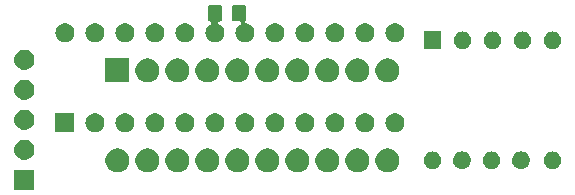
<source format=gts>
G04 #@! TF.GenerationSoftware,KiCad,Pcbnew,5.0.2+dfsg1-1*
G04 #@! TF.CreationDate,2019-11-26T12:37:51+03:00*
G04 #@! TF.ProjectId,disp,64697370-2e6b-4696-9361-645f70636258,rev?*
G04 #@! TF.SameCoordinates,Original*
G04 #@! TF.FileFunction,Soldermask,Top*
G04 #@! TF.FilePolarity,Negative*
%FSLAX46Y46*%
G04 Gerber Fmt 4.6, Leading zero omitted, Abs format (unit mm)*
G04 Created by KiCad (PCBNEW 5.0.2+dfsg1-1) date Вт 26 ноя 2019 12:37:51*
%MOMM*%
%LPD*%
G01*
G04 APERTURE LIST*
%ADD10C,0.100000*%
G04 APERTURE END LIST*
D10*
G36*
X126326000Y-83146000D02*
X124626000Y-83146000D01*
X124626000Y-81446000D01*
X126326000Y-81446000D01*
X126326000Y-83146000D01*
X126326000Y-83146000D01*
G37*
G36*
X156440926Y-79655029D02*
X156506356Y-79668044D01*
X156691256Y-79744632D01*
X156857665Y-79855823D01*
X156999177Y-79997335D01*
X157110368Y-80163744D01*
X157186956Y-80348645D01*
X157226000Y-80544931D01*
X157226000Y-80745069D01*
X157186956Y-80941355D01*
X157110368Y-81126256D01*
X156999177Y-81292665D01*
X156857665Y-81434177D01*
X156857662Y-81434179D01*
X156691256Y-81545368D01*
X156506356Y-81621956D01*
X156440926Y-81634971D01*
X156310069Y-81661000D01*
X156109931Y-81661000D01*
X155979074Y-81634971D01*
X155913644Y-81621956D01*
X155728744Y-81545368D01*
X155562338Y-81434179D01*
X155562335Y-81434177D01*
X155420823Y-81292665D01*
X155309632Y-81126256D01*
X155233044Y-80941355D01*
X155194000Y-80745069D01*
X155194000Y-80544931D01*
X155233044Y-80348645D01*
X155309632Y-80163744D01*
X155420823Y-79997335D01*
X155562335Y-79855823D01*
X155728744Y-79744632D01*
X155913644Y-79668044D01*
X155979074Y-79655029D01*
X156109931Y-79629000D01*
X156310069Y-79629000D01*
X156440926Y-79655029D01*
X156440926Y-79655029D01*
G37*
G36*
X133580926Y-79655029D02*
X133646356Y-79668044D01*
X133831256Y-79744632D01*
X133997665Y-79855823D01*
X134139177Y-79997335D01*
X134250368Y-80163744D01*
X134326956Y-80348645D01*
X134366000Y-80544931D01*
X134366000Y-80745069D01*
X134326956Y-80941355D01*
X134250368Y-81126256D01*
X134139177Y-81292665D01*
X133997665Y-81434177D01*
X133997662Y-81434179D01*
X133831256Y-81545368D01*
X133646356Y-81621956D01*
X133580926Y-81634971D01*
X133450069Y-81661000D01*
X133249931Y-81661000D01*
X133119074Y-81634971D01*
X133053644Y-81621956D01*
X132868744Y-81545368D01*
X132702338Y-81434179D01*
X132702335Y-81434177D01*
X132560823Y-81292665D01*
X132449632Y-81126256D01*
X132373044Y-80941355D01*
X132334000Y-80745069D01*
X132334000Y-80544931D01*
X132373044Y-80348645D01*
X132449632Y-80163744D01*
X132560823Y-79997335D01*
X132702335Y-79855823D01*
X132868744Y-79744632D01*
X133053644Y-79668044D01*
X133119074Y-79655029D01*
X133249931Y-79629000D01*
X133450069Y-79629000D01*
X133580926Y-79655029D01*
X133580926Y-79655029D01*
G37*
G36*
X136120926Y-79655029D02*
X136186356Y-79668044D01*
X136371256Y-79744632D01*
X136537665Y-79855823D01*
X136679177Y-79997335D01*
X136790368Y-80163744D01*
X136866956Y-80348645D01*
X136906000Y-80544931D01*
X136906000Y-80745069D01*
X136866956Y-80941355D01*
X136790368Y-81126256D01*
X136679177Y-81292665D01*
X136537665Y-81434177D01*
X136537662Y-81434179D01*
X136371256Y-81545368D01*
X136186356Y-81621956D01*
X136120926Y-81634971D01*
X135990069Y-81661000D01*
X135789931Y-81661000D01*
X135659074Y-81634971D01*
X135593644Y-81621956D01*
X135408744Y-81545368D01*
X135242338Y-81434179D01*
X135242335Y-81434177D01*
X135100823Y-81292665D01*
X134989632Y-81126256D01*
X134913044Y-80941355D01*
X134874000Y-80745069D01*
X134874000Y-80544931D01*
X134913044Y-80348645D01*
X134989632Y-80163744D01*
X135100823Y-79997335D01*
X135242335Y-79855823D01*
X135408744Y-79744632D01*
X135593644Y-79668044D01*
X135659074Y-79655029D01*
X135789931Y-79629000D01*
X135990069Y-79629000D01*
X136120926Y-79655029D01*
X136120926Y-79655029D01*
G37*
G36*
X138660926Y-79655029D02*
X138726356Y-79668044D01*
X138911256Y-79744632D01*
X139077665Y-79855823D01*
X139219177Y-79997335D01*
X139330368Y-80163744D01*
X139406956Y-80348645D01*
X139446000Y-80544931D01*
X139446000Y-80745069D01*
X139406956Y-80941355D01*
X139330368Y-81126256D01*
X139219177Y-81292665D01*
X139077665Y-81434177D01*
X139077662Y-81434179D01*
X138911256Y-81545368D01*
X138726356Y-81621956D01*
X138660926Y-81634971D01*
X138530069Y-81661000D01*
X138329931Y-81661000D01*
X138199074Y-81634971D01*
X138133644Y-81621956D01*
X137948744Y-81545368D01*
X137782338Y-81434179D01*
X137782335Y-81434177D01*
X137640823Y-81292665D01*
X137529632Y-81126256D01*
X137453044Y-80941355D01*
X137414000Y-80745069D01*
X137414000Y-80544931D01*
X137453044Y-80348645D01*
X137529632Y-80163744D01*
X137640823Y-79997335D01*
X137782335Y-79855823D01*
X137948744Y-79744632D01*
X138133644Y-79668044D01*
X138199074Y-79655029D01*
X138329931Y-79629000D01*
X138530069Y-79629000D01*
X138660926Y-79655029D01*
X138660926Y-79655029D01*
G37*
G36*
X141200926Y-79655029D02*
X141266356Y-79668044D01*
X141451256Y-79744632D01*
X141617665Y-79855823D01*
X141759177Y-79997335D01*
X141870368Y-80163744D01*
X141946956Y-80348645D01*
X141986000Y-80544931D01*
X141986000Y-80745069D01*
X141946956Y-80941355D01*
X141870368Y-81126256D01*
X141759177Y-81292665D01*
X141617665Y-81434177D01*
X141617662Y-81434179D01*
X141451256Y-81545368D01*
X141266356Y-81621956D01*
X141200926Y-81634971D01*
X141070069Y-81661000D01*
X140869931Y-81661000D01*
X140739074Y-81634971D01*
X140673644Y-81621956D01*
X140488744Y-81545368D01*
X140322338Y-81434179D01*
X140322335Y-81434177D01*
X140180823Y-81292665D01*
X140069632Y-81126256D01*
X139993044Y-80941355D01*
X139954000Y-80745069D01*
X139954000Y-80544931D01*
X139993044Y-80348645D01*
X140069632Y-80163744D01*
X140180823Y-79997335D01*
X140322335Y-79855823D01*
X140488744Y-79744632D01*
X140673644Y-79668044D01*
X140739074Y-79655029D01*
X140869931Y-79629000D01*
X141070069Y-79629000D01*
X141200926Y-79655029D01*
X141200926Y-79655029D01*
G37*
G36*
X143740926Y-79655029D02*
X143806356Y-79668044D01*
X143991256Y-79744632D01*
X144157665Y-79855823D01*
X144299177Y-79997335D01*
X144410368Y-80163744D01*
X144486956Y-80348645D01*
X144526000Y-80544931D01*
X144526000Y-80745069D01*
X144486956Y-80941355D01*
X144410368Y-81126256D01*
X144299177Y-81292665D01*
X144157665Y-81434177D01*
X144157662Y-81434179D01*
X143991256Y-81545368D01*
X143806356Y-81621956D01*
X143740926Y-81634971D01*
X143610069Y-81661000D01*
X143409931Y-81661000D01*
X143279074Y-81634971D01*
X143213644Y-81621956D01*
X143028744Y-81545368D01*
X142862338Y-81434179D01*
X142862335Y-81434177D01*
X142720823Y-81292665D01*
X142609632Y-81126256D01*
X142533044Y-80941355D01*
X142494000Y-80745069D01*
X142494000Y-80544931D01*
X142533044Y-80348645D01*
X142609632Y-80163744D01*
X142720823Y-79997335D01*
X142862335Y-79855823D01*
X143028744Y-79744632D01*
X143213644Y-79668044D01*
X143279074Y-79655029D01*
X143409931Y-79629000D01*
X143610069Y-79629000D01*
X143740926Y-79655029D01*
X143740926Y-79655029D01*
G37*
G36*
X146280926Y-79655029D02*
X146346356Y-79668044D01*
X146531256Y-79744632D01*
X146697665Y-79855823D01*
X146839177Y-79997335D01*
X146950368Y-80163744D01*
X147026956Y-80348645D01*
X147066000Y-80544931D01*
X147066000Y-80745069D01*
X147026956Y-80941355D01*
X146950368Y-81126256D01*
X146839177Y-81292665D01*
X146697665Y-81434177D01*
X146697662Y-81434179D01*
X146531256Y-81545368D01*
X146346356Y-81621956D01*
X146280926Y-81634971D01*
X146150069Y-81661000D01*
X145949931Y-81661000D01*
X145819074Y-81634971D01*
X145753644Y-81621956D01*
X145568744Y-81545368D01*
X145402338Y-81434179D01*
X145402335Y-81434177D01*
X145260823Y-81292665D01*
X145149632Y-81126256D01*
X145073044Y-80941355D01*
X145034000Y-80745069D01*
X145034000Y-80544931D01*
X145073044Y-80348645D01*
X145149632Y-80163744D01*
X145260823Y-79997335D01*
X145402335Y-79855823D01*
X145568744Y-79744632D01*
X145753644Y-79668044D01*
X145819074Y-79655029D01*
X145949931Y-79629000D01*
X146150069Y-79629000D01*
X146280926Y-79655029D01*
X146280926Y-79655029D01*
G37*
G36*
X148820926Y-79655029D02*
X148886356Y-79668044D01*
X149071256Y-79744632D01*
X149237665Y-79855823D01*
X149379177Y-79997335D01*
X149490368Y-80163744D01*
X149566956Y-80348645D01*
X149606000Y-80544931D01*
X149606000Y-80745069D01*
X149566956Y-80941355D01*
X149490368Y-81126256D01*
X149379177Y-81292665D01*
X149237665Y-81434177D01*
X149237662Y-81434179D01*
X149071256Y-81545368D01*
X148886356Y-81621956D01*
X148820926Y-81634971D01*
X148690069Y-81661000D01*
X148489931Y-81661000D01*
X148359074Y-81634971D01*
X148293644Y-81621956D01*
X148108744Y-81545368D01*
X147942338Y-81434179D01*
X147942335Y-81434177D01*
X147800823Y-81292665D01*
X147689632Y-81126256D01*
X147613044Y-80941355D01*
X147574000Y-80745069D01*
X147574000Y-80544931D01*
X147613044Y-80348645D01*
X147689632Y-80163744D01*
X147800823Y-79997335D01*
X147942335Y-79855823D01*
X148108744Y-79744632D01*
X148293644Y-79668044D01*
X148359074Y-79655029D01*
X148489931Y-79629000D01*
X148690069Y-79629000D01*
X148820926Y-79655029D01*
X148820926Y-79655029D01*
G37*
G36*
X151360926Y-79655029D02*
X151426356Y-79668044D01*
X151611256Y-79744632D01*
X151777665Y-79855823D01*
X151919177Y-79997335D01*
X152030368Y-80163744D01*
X152106956Y-80348645D01*
X152146000Y-80544931D01*
X152146000Y-80745069D01*
X152106956Y-80941355D01*
X152030368Y-81126256D01*
X151919177Y-81292665D01*
X151777665Y-81434177D01*
X151777662Y-81434179D01*
X151611256Y-81545368D01*
X151426356Y-81621956D01*
X151360926Y-81634971D01*
X151230069Y-81661000D01*
X151029931Y-81661000D01*
X150899074Y-81634971D01*
X150833644Y-81621956D01*
X150648744Y-81545368D01*
X150482338Y-81434179D01*
X150482335Y-81434177D01*
X150340823Y-81292665D01*
X150229632Y-81126256D01*
X150153044Y-80941355D01*
X150114000Y-80745069D01*
X150114000Y-80544931D01*
X150153044Y-80348645D01*
X150229632Y-80163744D01*
X150340823Y-79997335D01*
X150482335Y-79855823D01*
X150648744Y-79744632D01*
X150833644Y-79668044D01*
X150899074Y-79655029D01*
X151029931Y-79629000D01*
X151230069Y-79629000D01*
X151360926Y-79655029D01*
X151360926Y-79655029D01*
G37*
G36*
X153900926Y-79655029D02*
X153966356Y-79668044D01*
X154151256Y-79744632D01*
X154317665Y-79855823D01*
X154459177Y-79997335D01*
X154570368Y-80163744D01*
X154646956Y-80348645D01*
X154686000Y-80544931D01*
X154686000Y-80745069D01*
X154646956Y-80941355D01*
X154570368Y-81126256D01*
X154459177Y-81292665D01*
X154317665Y-81434177D01*
X154317662Y-81434179D01*
X154151256Y-81545368D01*
X153966356Y-81621956D01*
X153900926Y-81634971D01*
X153770069Y-81661000D01*
X153569931Y-81661000D01*
X153439074Y-81634971D01*
X153373644Y-81621956D01*
X153188744Y-81545368D01*
X153022338Y-81434179D01*
X153022335Y-81434177D01*
X152880823Y-81292665D01*
X152769632Y-81126256D01*
X152693044Y-80941355D01*
X152654000Y-80745069D01*
X152654000Y-80544931D01*
X152693044Y-80348645D01*
X152769632Y-80163744D01*
X152880823Y-79997335D01*
X153022335Y-79855823D01*
X153188744Y-79744632D01*
X153373644Y-79668044D01*
X153439074Y-79655029D01*
X153569931Y-79629000D01*
X153770069Y-79629000D01*
X153900926Y-79655029D01*
X153900926Y-79655029D01*
G37*
G36*
X162666318Y-79909411D02*
X162738767Y-79923822D01*
X162795303Y-79947240D01*
X162875257Y-79980358D01*
X162998100Y-80062439D01*
X163102561Y-80166900D01*
X163184642Y-80289743D01*
X163209039Y-80348644D01*
X163241178Y-80426233D01*
X163249122Y-80466169D01*
X163270000Y-80571130D01*
X163270000Y-80718870D01*
X163241178Y-80863766D01*
X163184642Y-81000257D01*
X163102561Y-81123100D01*
X162998100Y-81227561D01*
X162875257Y-81309642D01*
X162795303Y-81342760D01*
X162738767Y-81366178D01*
X162666318Y-81380589D01*
X162593870Y-81395000D01*
X162446130Y-81395000D01*
X162373682Y-81380589D01*
X162301233Y-81366178D01*
X162244697Y-81342760D01*
X162164743Y-81309642D01*
X162041900Y-81227561D01*
X161937439Y-81123100D01*
X161855358Y-81000257D01*
X161798822Y-80863766D01*
X161770000Y-80718870D01*
X161770000Y-80571130D01*
X161790878Y-80466169D01*
X161798822Y-80426233D01*
X161830961Y-80348644D01*
X161855358Y-80289743D01*
X161937439Y-80166900D01*
X162041900Y-80062439D01*
X162164743Y-79980358D01*
X162244697Y-79947240D01*
X162301233Y-79923822D01*
X162373682Y-79909411D01*
X162446130Y-79895000D01*
X162593870Y-79895000D01*
X162666318Y-79909411D01*
X162666318Y-79909411D01*
G37*
G36*
X160166318Y-79909411D02*
X160238767Y-79923822D01*
X160295303Y-79947240D01*
X160375257Y-79980358D01*
X160498100Y-80062439D01*
X160602561Y-80166900D01*
X160684642Y-80289743D01*
X160709039Y-80348644D01*
X160741178Y-80426233D01*
X160749122Y-80466169D01*
X160770000Y-80571130D01*
X160770000Y-80718870D01*
X160741178Y-80863766D01*
X160684642Y-81000257D01*
X160602561Y-81123100D01*
X160498100Y-81227561D01*
X160375257Y-81309642D01*
X160295303Y-81342760D01*
X160238767Y-81366178D01*
X160166318Y-81380589D01*
X160093870Y-81395000D01*
X159946130Y-81395000D01*
X159873682Y-81380589D01*
X159801233Y-81366178D01*
X159744697Y-81342760D01*
X159664743Y-81309642D01*
X159541900Y-81227561D01*
X159437439Y-81123100D01*
X159355358Y-81000257D01*
X159298822Y-80863766D01*
X159270000Y-80718870D01*
X159270000Y-80571130D01*
X159290878Y-80466169D01*
X159298822Y-80426233D01*
X159330961Y-80348644D01*
X159355358Y-80289743D01*
X159437439Y-80166900D01*
X159541900Y-80062439D01*
X159664743Y-79980358D01*
X159744697Y-79947240D01*
X159801233Y-79923822D01*
X159873682Y-79909411D01*
X159946130Y-79895000D01*
X160093870Y-79895000D01*
X160166318Y-79909411D01*
X160166318Y-79909411D01*
G37*
G36*
X170326318Y-79909411D02*
X170398767Y-79923822D01*
X170455303Y-79947240D01*
X170535257Y-79980358D01*
X170658100Y-80062439D01*
X170762561Y-80166900D01*
X170844642Y-80289743D01*
X170869039Y-80348644D01*
X170901178Y-80426233D01*
X170909122Y-80466169D01*
X170930000Y-80571130D01*
X170930000Y-80718870D01*
X170901178Y-80863766D01*
X170844642Y-81000257D01*
X170762561Y-81123100D01*
X170658100Y-81227561D01*
X170535257Y-81309642D01*
X170455303Y-81342760D01*
X170398767Y-81366178D01*
X170326318Y-81380589D01*
X170253870Y-81395000D01*
X170106130Y-81395000D01*
X170033682Y-81380589D01*
X169961233Y-81366178D01*
X169904697Y-81342760D01*
X169824743Y-81309642D01*
X169701900Y-81227561D01*
X169597439Y-81123100D01*
X169515358Y-81000257D01*
X169458822Y-80863766D01*
X169430000Y-80718870D01*
X169430000Y-80571130D01*
X169450878Y-80466169D01*
X169458822Y-80426233D01*
X169490961Y-80348644D01*
X169515358Y-80289743D01*
X169597439Y-80166900D01*
X169701900Y-80062439D01*
X169824743Y-79980358D01*
X169904697Y-79947240D01*
X169961233Y-79923822D01*
X170033682Y-79909411D01*
X170106130Y-79895000D01*
X170253870Y-79895000D01*
X170326318Y-79909411D01*
X170326318Y-79909411D01*
G37*
G36*
X167666318Y-79909411D02*
X167738767Y-79923822D01*
X167795303Y-79947240D01*
X167875257Y-79980358D01*
X167998100Y-80062439D01*
X168102561Y-80166900D01*
X168184642Y-80289743D01*
X168209039Y-80348644D01*
X168241178Y-80426233D01*
X168249122Y-80466169D01*
X168270000Y-80571130D01*
X168270000Y-80718870D01*
X168241178Y-80863766D01*
X168184642Y-81000257D01*
X168102561Y-81123100D01*
X167998100Y-81227561D01*
X167875257Y-81309642D01*
X167795303Y-81342760D01*
X167738767Y-81366178D01*
X167666318Y-81380589D01*
X167593870Y-81395000D01*
X167446130Y-81395000D01*
X167373682Y-81380589D01*
X167301233Y-81366178D01*
X167244697Y-81342760D01*
X167164743Y-81309642D01*
X167041900Y-81227561D01*
X166937439Y-81123100D01*
X166855358Y-81000257D01*
X166798822Y-80863766D01*
X166770000Y-80718870D01*
X166770000Y-80571130D01*
X166790878Y-80466169D01*
X166798822Y-80426233D01*
X166830961Y-80348644D01*
X166855358Y-80289743D01*
X166937439Y-80166900D01*
X167041900Y-80062439D01*
X167164743Y-79980358D01*
X167244697Y-79947240D01*
X167301233Y-79923822D01*
X167373682Y-79909411D01*
X167446130Y-79895000D01*
X167593870Y-79895000D01*
X167666318Y-79909411D01*
X167666318Y-79909411D01*
G37*
G36*
X165166318Y-79909411D02*
X165238767Y-79923822D01*
X165295303Y-79947240D01*
X165375257Y-79980358D01*
X165498100Y-80062439D01*
X165602561Y-80166900D01*
X165684642Y-80289743D01*
X165709039Y-80348644D01*
X165741178Y-80426233D01*
X165749122Y-80466169D01*
X165770000Y-80571130D01*
X165770000Y-80718870D01*
X165741178Y-80863766D01*
X165684642Y-81000257D01*
X165602561Y-81123100D01*
X165498100Y-81227561D01*
X165375257Y-81309642D01*
X165295303Y-81342760D01*
X165238767Y-81366178D01*
X165166318Y-81380589D01*
X165093870Y-81395000D01*
X164946130Y-81395000D01*
X164873682Y-81380589D01*
X164801233Y-81366178D01*
X164744697Y-81342760D01*
X164664743Y-81309642D01*
X164541900Y-81227561D01*
X164437439Y-81123100D01*
X164355358Y-81000257D01*
X164298822Y-80863766D01*
X164270000Y-80718870D01*
X164270000Y-80571130D01*
X164290878Y-80466169D01*
X164298822Y-80426233D01*
X164330961Y-80348644D01*
X164355358Y-80289743D01*
X164437439Y-80166900D01*
X164541900Y-80062439D01*
X164664743Y-79980358D01*
X164744697Y-79947240D01*
X164801233Y-79923822D01*
X164873682Y-79909411D01*
X164946130Y-79895000D01*
X165093870Y-79895000D01*
X165166318Y-79909411D01*
X165166318Y-79909411D01*
G37*
G36*
X125642630Y-78918299D02*
X125802855Y-78966903D01*
X125950520Y-79045831D01*
X126079949Y-79152051D01*
X126186169Y-79281480D01*
X126265097Y-79429145D01*
X126313701Y-79589370D01*
X126330112Y-79756000D01*
X126313701Y-79922630D01*
X126265097Y-80082855D01*
X126186169Y-80230520D01*
X126079949Y-80359949D01*
X125950520Y-80466169D01*
X125802855Y-80545097D01*
X125642630Y-80593701D01*
X125517752Y-80606000D01*
X125434248Y-80606000D01*
X125309370Y-80593701D01*
X125149145Y-80545097D01*
X125001480Y-80466169D01*
X124872051Y-80359949D01*
X124765831Y-80230520D01*
X124686903Y-80082855D01*
X124638299Y-79922630D01*
X124621888Y-79756000D01*
X124638299Y-79589370D01*
X124686903Y-79429145D01*
X124765831Y-79281480D01*
X124872051Y-79152051D01*
X125001480Y-79045831D01*
X125149145Y-78966903D01*
X125309370Y-78918299D01*
X125434248Y-78906000D01*
X125517752Y-78906000D01*
X125642630Y-78918299D01*
X125642630Y-78918299D01*
G37*
G36*
X136642649Y-76677717D02*
X136681827Y-76681576D01*
X136757228Y-76704449D01*
X136832629Y-76727321D01*
X136971608Y-76801608D01*
X137093422Y-76901578D01*
X137193392Y-77023392D01*
X137267679Y-77162371D01*
X137313424Y-77313174D01*
X137328870Y-77470000D01*
X137313424Y-77626826D01*
X137267679Y-77777629D01*
X137193392Y-77916608D01*
X137093422Y-78038422D01*
X136971608Y-78138392D01*
X136832629Y-78212679D01*
X136757228Y-78235551D01*
X136681827Y-78258424D01*
X136642649Y-78262283D01*
X136564295Y-78270000D01*
X136485705Y-78270000D01*
X136407351Y-78262283D01*
X136368173Y-78258424D01*
X136292772Y-78235551D01*
X136217371Y-78212679D01*
X136078392Y-78138392D01*
X135956578Y-78038422D01*
X135856608Y-77916608D01*
X135782321Y-77777629D01*
X135736576Y-77626826D01*
X135721130Y-77470000D01*
X135736576Y-77313174D01*
X135782321Y-77162371D01*
X135856608Y-77023392D01*
X135956578Y-76901578D01*
X136078392Y-76801608D01*
X136217371Y-76727321D01*
X136292772Y-76704449D01*
X136368173Y-76681576D01*
X136407351Y-76677717D01*
X136485705Y-76670000D01*
X136564295Y-76670000D01*
X136642649Y-76677717D01*
X136642649Y-76677717D01*
G37*
G36*
X131562649Y-76677717D02*
X131601827Y-76681576D01*
X131677228Y-76704449D01*
X131752629Y-76727321D01*
X131891608Y-76801608D01*
X132013422Y-76901578D01*
X132113392Y-77023392D01*
X132187679Y-77162371D01*
X132233424Y-77313174D01*
X132248870Y-77470000D01*
X132233424Y-77626826D01*
X132187679Y-77777629D01*
X132113392Y-77916608D01*
X132013422Y-78038422D01*
X131891608Y-78138392D01*
X131752629Y-78212679D01*
X131677228Y-78235551D01*
X131601827Y-78258424D01*
X131562649Y-78262283D01*
X131484295Y-78270000D01*
X131405705Y-78270000D01*
X131327351Y-78262283D01*
X131288173Y-78258424D01*
X131212772Y-78235551D01*
X131137371Y-78212679D01*
X130998392Y-78138392D01*
X130876578Y-78038422D01*
X130776608Y-77916608D01*
X130702321Y-77777629D01*
X130656576Y-77626826D01*
X130641130Y-77470000D01*
X130656576Y-77313174D01*
X130702321Y-77162371D01*
X130776608Y-77023392D01*
X130876578Y-76901578D01*
X130998392Y-76801608D01*
X131137371Y-76727321D01*
X131212772Y-76704449D01*
X131288173Y-76681576D01*
X131327351Y-76677717D01*
X131405705Y-76670000D01*
X131484295Y-76670000D01*
X131562649Y-76677717D01*
X131562649Y-76677717D01*
G37*
G36*
X134102649Y-76677717D02*
X134141827Y-76681576D01*
X134217228Y-76704449D01*
X134292629Y-76727321D01*
X134431608Y-76801608D01*
X134553422Y-76901578D01*
X134653392Y-77023392D01*
X134727679Y-77162371D01*
X134773424Y-77313174D01*
X134788870Y-77470000D01*
X134773424Y-77626826D01*
X134727679Y-77777629D01*
X134653392Y-77916608D01*
X134553422Y-78038422D01*
X134431608Y-78138392D01*
X134292629Y-78212679D01*
X134217228Y-78235551D01*
X134141827Y-78258424D01*
X134102649Y-78262283D01*
X134024295Y-78270000D01*
X133945705Y-78270000D01*
X133867351Y-78262283D01*
X133828173Y-78258424D01*
X133752772Y-78235551D01*
X133677371Y-78212679D01*
X133538392Y-78138392D01*
X133416578Y-78038422D01*
X133316608Y-77916608D01*
X133242321Y-77777629D01*
X133196576Y-77626826D01*
X133181130Y-77470000D01*
X133196576Y-77313174D01*
X133242321Y-77162371D01*
X133316608Y-77023392D01*
X133416578Y-76901578D01*
X133538392Y-76801608D01*
X133677371Y-76727321D01*
X133752772Y-76704449D01*
X133828173Y-76681576D01*
X133867351Y-76677717D01*
X133945705Y-76670000D01*
X134024295Y-76670000D01*
X134102649Y-76677717D01*
X134102649Y-76677717D01*
G37*
G36*
X156962649Y-76677717D02*
X157001827Y-76681576D01*
X157077228Y-76704449D01*
X157152629Y-76727321D01*
X157291608Y-76801608D01*
X157413422Y-76901578D01*
X157513392Y-77023392D01*
X157587679Y-77162371D01*
X157633424Y-77313174D01*
X157648870Y-77470000D01*
X157633424Y-77626826D01*
X157587679Y-77777629D01*
X157513392Y-77916608D01*
X157413422Y-78038422D01*
X157291608Y-78138392D01*
X157152629Y-78212679D01*
X157077228Y-78235551D01*
X157001827Y-78258424D01*
X156962649Y-78262283D01*
X156884295Y-78270000D01*
X156805705Y-78270000D01*
X156727351Y-78262283D01*
X156688173Y-78258424D01*
X156612772Y-78235551D01*
X156537371Y-78212679D01*
X156398392Y-78138392D01*
X156276578Y-78038422D01*
X156176608Y-77916608D01*
X156102321Y-77777629D01*
X156056576Y-77626826D01*
X156041130Y-77470000D01*
X156056576Y-77313174D01*
X156102321Y-77162371D01*
X156176608Y-77023392D01*
X156276578Y-76901578D01*
X156398392Y-76801608D01*
X156537371Y-76727321D01*
X156612772Y-76704449D01*
X156688173Y-76681576D01*
X156727351Y-76677717D01*
X156805705Y-76670000D01*
X156884295Y-76670000D01*
X156962649Y-76677717D01*
X156962649Y-76677717D01*
G37*
G36*
X154422649Y-76677717D02*
X154461827Y-76681576D01*
X154537228Y-76704449D01*
X154612629Y-76727321D01*
X154751608Y-76801608D01*
X154873422Y-76901578D01*
X154973392Y-77023392D01*
X155047679Y-77162371D01*
X155093424Y-77313174D01*
X155108870Y-77470000D01*
X155093424Y-77626826D01*
X155047679Y-77777629D01*
X154973392Y-77916608D01*
X154873422Y-78038422D01*
X154751608Y-78138392D01*
X154612629Y-78212679D01*
X154537228Y-78235551D01*
X154461827Y-78258424D01*
X154422649Y-78262283D01*
X154344295Y-78270000D01*
X154265705Y-78270000D01*
X154187351Y-78262283D01*
X154148173Y-78258424D01*
X154072772Y-78235551D01*
X153997371Y-78212679D01*
X153858392Y-78138392D01*
X153736578Y-78038422D01*
X153636608Y-77916608D01*
X153562321Y-77777629D01*
X153516576Y-77626826D01*
X153501130Y-77470000D01*
X153516576Y-77313174D01*
X153562321Y-77162371D01*
X153636608Y-77023392D01*
X153736578Y-76901578D01*
X153858392Y-76801608D01*
X153997371Y-76727321D01*
X154072772Y-76704449D01*
X154148173Y-76681576D01*
X154187351Y-76677717D01*
X154265705Y-76670000D01*
X154344295Y-76670000D01*
X154422649Y-76677717D01*
X154422649Y-76677717D01*
G37*
G36*
X151882649Y-76677717D02*
X151921827Y-76681576D01*
X151997228Y-76704449D01*
X152072629Y-76727321D01*
X152211608Y-76801608D01*
X152333422Y-76901578D01*
X152433392Y-77023392D01*
X152507679Y-77162371D01*
X152553424Y-77313174D01*
X152568870Y-77470000D01*
X152553424Y-77626826D01*
X152507679Y-77777629D01*
X152433392Y-77916608D01*
X152333422Y-78038422D01*
X152211608Y-78138392D01*
X152072629Y-78212679D01*
X151997228Y-78235551D01*
X151921827Y-78258424D01*
X151882649Y-78262283D01*
X151804295Y-78270000D01*
X151725705Y-78270000D01*
X151647351Y-78262283D01*
X151608173Y-78258424D01*
X151532772Y-78235551D01*
X151457371Y-78212679D01*
X151318392Y-78138392D01*
X151196578Y-78038422D01*
X151096608Y-77916608D01*
X151022321Y-77777629D01*
X150976576Y-77626826D01*
X150961130Y-77470000D01*
X150976576Y-77313174D01*
X151022321Y-77162371D01*
X151096608Y-77023392D01*
X151196578Y-76901578D01*
X151318392Y-76801608D01*
X151457371Y-76727321D01*
X151532772Y-76704449D01*
X151608173Y-76681576D01*
X151647351Y-76677717D01*
X151725705Y-76670000D01*
X151804295Y-76670000D01*
X151882649Y-76677717D01*
X151882649Y-76677717D01*
G37*
G36*
X149342649Y-76677717D02*
X149381827Y-76681576D01*
X149457228Y-76704449D01*
X149532629Y-76727321D01*
X149671608Y-76801608D01*
X149793422Y-76901578D01*
X149893392Y-77023392D01*
X149967679Y-77162371D01*
X150013424Y-77313174D01*
X150028870Y-77470000D01*
X150013424Y-77626826D01*
X149967679Y-77777629D01*
X149893392Y-77916608D01*
X149793422Y-78038422D01*
X149671608Y-78138392D01*
X149532629Y-78212679D01*
X149457228Y-78235551D01*
X149381827Y-78258424D01*
X149342649Y-78262283D01*
X149264295Y-78270000D01*
X149185705Y-78270000D01*
X149107351Y-78262283D01*
X149068173Y-78258424D01*
X148992772Y-78235551D01*
X148917371Y-78212679D01*
X148778392Y-78138392D01*
X148656578Y-78038422D01*
X148556608Y-77916608D01*
X148482321Y-77777629D01*
X148436576Y-77626826D01*
X148421130Y-77470000D01*
X148436576Y-77313174D01*
X148482321Y-77162371D01*
X148556608Y-77023392D01*
X148656578Y-76901578D01*
X148778392Y-76801608D01*
X148917371Y-76727321D01*
X148992772Y-76704449D01*
X149068173Y-76681576D01*
X149107351Y-76677717D01*
X149185705Y-76670000D01*
X149264295Y-76670000D01*
X149342649Y-76677717D01*
X149342649Y-76677717D01*
G37*
G36*
X146802649Y-76677717D02*
X146841827Y-76681576D01*
X146917228Y-76704449D01*
X146992629Y-76727321D01*
X147131608Y-76801608D01*
X147253422Y-76901578D01*
X147353392Y-77023392D01*
X147427679Y-77162371D01*
X147473424Y-77313174D01*
X147488870Y-77470000D01*
X147473424Y-77626826D01*
X147427679Y-77777629D01*
X147353392Y-77916608D01*
X147253422Y-78038422D01*
X147131608Y-78138392D01*
X146992629Y-78212679D01*
X146917228Y-78235551D01*
X146841827Y-78258424D01*
X146802649Y-78262283D01*
X146724295Y-78270000D01*
X146645705Y-78270000D01*
X146567351Y-78262283D01*
X146528173Y-78258424D01*
X146452772Y-78235551D01*
X146377371Y-78212679D01*
X146238392Y-78138392D01*
X146116578Y-78038422D01*
X146016608Y-77916608D01*
X145942321Y-77777629D01*
X145896576Y-77626826D01*
X145881130Y-77470000D01*
X145896576Y-77313174D01*
X145942321Y-77162371D01*
X146016608Y-77023392D01*
X146116578Y-76901578D01*
X146238392Y-76801608D01*
X146377371Y-76727321D01*
X146452772Y-76704449D01*
X146528173Y-76681576D01*
X146567351Y-76677717D01*
X146645705Y-76670000D01*
X146724295Y-76670000D01*
X146802649Y-76677717D01*
X146802649Y-76677717D01*
G37*
G36*
X144262649Y-76677717D02*
X144301827Y-76681576D01*
X144377228Y-76704449D01*
X144452629Y-76727321D01*
X144591608Y-76801608D01*
X144713422Y-76901578D01*
X144813392Y-77023392D01*
X144887679Y-77162371D01*
X144933424Y-77313174D01*
X144948870Y-77470000D01*
X144933424Y-77626826D01*
X144887679Y-77777629D01*
X144813392Y-77916608D01*
X144713422Y-78038422D01*
X144591608Y-78138392D01*
X144452629Y-78212679D01*
X144377228Y-78235551D01*
X144301827Y-78258424D01*
X144262649Y-78262283D01*
X144184295Y-78270000D01*
X144105705Y-78270000D01*
X144027351Y-78262283D01*
X143988173Y-78258424D01*
X143912772Y-78235551D01*
X143837371Y-78212679D01*
X143698392Y-78138392D01*
X143576578Y-78038422D01*
X143476608Y-77916608D01*
X143402321Y-77777629D01*
X143356576Y-77626826D01*
X143341130Y-77470000D01*
X143356576Y-77313174D01*
X143402321Y-77162371D01*
X143476608Y-77023392D01*
X143576578Y-76901578D01*
X143698392Y-76801608D01*
X143837371Y-76727321D01*
X143912772Y-76704449D01*
X143988173Y-76681576D01*
X144027351Y-76677717D01*
X144105705Y-76670000D01*
X144184295Y-76670000D01*
X144262649Y-76677717D01*
X144262649Y-76677717D01*
G37*
G36*
X141722649Y-76677717D02*
X141761827Y-76681576D01*
X141837228Y-76704449D01*
X141912629Y-76727321D01*
X142051608Y-76801608D01*
X142173422Y-76901578D01*
X142273392Y-77023392D01*
X142347679Y-77162371D01*
X142393424Y-77313174D01*
X142408870Y-77470000D01*
X142393424Y-77626826D01*
X142347679Y-77777629D01*
X142273392Y-77916608D01*
X142173422Y-78038422D01*
X142051608Y-78138392D01*
X141912629Y-78212679D01*
X141837228Y-78235551D01*
X141761827Y-78258424D01*
X141722649Y-78262283D01*
X141644295Y-78270000D01*
X141565705Y-78270000D01*
X141487351Y-78262283D01*
X141448173Y-78258424D01*
X141372772Y-78235551D01*
X141297371Y-78212679D01*
X141158392Y-78138392D01*
X141036578Y-78038422D01*
X140936608Y-77916608D01*
X140862321Y-77777629D01*
X140816576Y-77626826D01*
X140801130Y-77470000D01*
X140816576Y-77313174D01*
X140862321Y-77162371D01*
X140936608Y-77023392D01*
X141036578Y-76901578D01*
X141158392Y-76801608D01*
X141297371Y-76727321D01*
X141372772Y-76704449D01*
X141448173Y-76681576D01*
X141487351Y-76677717D01*
X141565705Y-76670000D01*
X141644295Y-76670000D01*
X141722649Y-76677717D01*
X141722649Y-76677717D01*
G37*
G36*
X139182649Y-76677717D02*
X139221827Y-76681576D01*
X139297228Y-76704449D01*
X139372629Y-76727321D01*
X139511608Y-76801608D01*
X139633422Y-76901578D01*
X139733392Y-77023392D01*
X139807679Y-77162371D01*
X139853424Y-77313174D01*
X139868870Y-77470000D01*
X139853424Y-77626826D01*
X139807679Y-77777629D01*
X139733392Y-77916608D01*
X139633422Y-78038422D01*
X139511608Y-78138392D01*
X139372629Y-78212679D01*
X139297228Y-78235551D01*
X139221827Y-78258424D01*
X139182649Y-78262283D01*
X139104295Y-78270000D01*
X139025705Y-78270000D01*
X138947351Y-78262283D01*
X138908173Y-78258424D01*
X138832772Y-78235551D01*
X138757371Y-78212679D01*
X138618392Y-78138392D01*
X138496578Y-78038422D01*
X138396608Y-77916608D01*
X138322321Y-77777629D01*
X138276576Y-77626826D01*
X138261130Y-77470000D01*
X138276576Y-77313174D01*
X138322321Y-77162371D01*
X138396608Y-77023392D01*
X138496578Y-76901578D01*
X138618392Y-76801608D01*
X138757371Y-76727321D01*
X138832772Y-76704449D01*
X138908173Y-76681576D01*
X138947351Y-76677717D01*
X139025705Y-76670000D01*
X139104295Y-76670000D01*
X139182649Y-76677717D01*
X139182649Y-76677717D01*
G37*
G36*
X129705000Y-78270000D02*
X128105000Y-78270000D01*
X128105000Y-76670000D01*
X129705000Y-76670000D01*
X129705000Y-78270000D01*
X129705000Y-78270000D01*
G37*
G36*
X125642630Y-76378299D02*
X125802855Y-76426903D01*
X125950520Y-76505831D01*
X126079949Y-76612051D01*
X126186169Y-76741480D01*
X126265097Y-76889145D01*
X126313701Y-77049370D01*
X126330112Y-77216000D01*
X126313701Y-77382630D01*
X126265097Y-77542855D01*
X126186169Y-77690520D01*
X126079949Y-77819949D01*
X125950520Y-77926169D01*
X125802855Y-78005097D01*
X125642630Y-78053701D01*
X125517752Y-78066000D01*
X125434248Y-78066000D01*
X125309370Y-78053701D01*
X125149145Y-78005097D01*
X125001480Y-77926169D01*
X124872051Y-77819949D01*
X124765831Y-77690520D01*
X124686903Y-77542855D01*
X124638299Y-77382630D01*
X124621888Y-77216000D01*
X124638299Y-77049370D01*
X124686903Y-76889145D01*
X124765831Y-76741480D01*
X124872051Y-76612051D01*
X125001480Y-76505831D01*
X125149145Y-76426903D01*
X125309370Y-76378299D01*
X125434248Y-76366000D01*
X125517752Y-76366000D01*
X125642630Y-76378299D01*
X125642630Y-76378299D01*
G37*
G36*
X125642630Y-73838299D02*
X125802855Y-73886903D01*
X125950520Y-73965831D01*
X126079949Y-74072051D01*
X126186169Y-74201480D01*
X126265097Y-74349145D01*
X126313701Y-74509370D01*
X126330112Y-74676000D01*
X126313701Y-74842630D01*
X126265097Y-75002855D01*
X126186169Y-75150520D01*
X126079949Y-75279949D01*
X125950520Y-75386169D01*
X125802855Y-75465097D01*
X125642630Y-75513701D01*
X125517752Y-75526000D01*
X125434248Y-75526000D01*
X125309370Y-75513701D01*
X125149145Y-75465097D01*
X125001480Y-75386169D01*
X124872051Y-75279949D01*
X124765831Y-75150520D01*
X124686903Y-75002855D01*
X124638299Y-74842630D01*
X124621888Y-74676000D01*
X124638299Y-74509370D01*
X124686903Y-74349145D01*
X124765831Y-74201480D01*
X124872051Y-74072051D01*
X125001480Y-73965831D01*
X125149145Y-73886903D01*
X125309370Y-73838299D01*
X125434248Y-73826000D01*
X125517752Y-73826000D01*
X125642630Y-73838299D01*
X125642630Y-73838299D01*
G37*
G36*
X151360926Y-72035029D02*
X151426356Y-72048044D01*
X151611256Y-72124632D01*
X151777665Y-72235823D01*
X151919177Y-72377335D01*
X152030368Y-72543744D01*
X152106956Y-72728645D01*
X152146000Y-72924931D01*
X152146000Y-73125069D01*
X152106956Y-73321355D01*
X152030368Y-73506256D01*
X151919177Y-73672665D01*
X151777665Y-73814177D01*
X151777662Y-73814179D01*
X151611256Y-73925368D01*
X151426356Y-74001956D01*
X151360926Y-74014971D01*
X151230069Y-74041000D01*
X151029931Y-74041000D01*
X150899074Y-74014971D01*
X150833644Y-74001956D01*
X150648744Y-73925368D01*
X150482338Y-73814179D01*
X150482335Y-73814177D01*
X150340823Y-73672665D01*
X150229632Y-73506256D01*
X150153044Y-73321355D01*
X150114000Y-73125069D01*
X150114000Y-72924931D01*
X150153044Y-72728645D01*
X150229632Y-72543744D01*
X150340823Y-72377335D01*
X150482335Y-72235823D01*
X150648744Y-72124632D01*
X150833644Y-72048044D01*
X150899074Y-72035029D01*
X151029931Y-72009000D01*
X151230069Y-72009000D01*
X151360926Y-72035029D01*
X151360926Y-72035029D01*
G37*
G36*
X146280926Y-72035029D02*
X146346356Y-72048044D01*
X146531256Y-72124632D01*
X146697665Y-72235823D01*
X146839177Y-72377335D01*
X146950368Y-72543744D01*
X147026956Y-72728645D01*
X147066000Y-72924931D01*
X147066000Y-73125069D01*
X147026956Y-73321355D01*
X146950368Y-73506256D01*
X146839177Y-73672665D01*
X146697665Y-73814177D01*
X146697662Y-73814179D01*
X146531256Y-73925368D01*
X146346356Y-74001956D01*
X146280926Y-74014971D01*
X146150069Y-74041000D01*
X145949931Y-74041000D01*
X145819074Y-74014971D01*
X145753644Y-74001956D01*
X145568744Y-73925368D01*
X145402338Y-73814179D01*
X145402335Y-73814177D01*
X145260823Y-73672665D01*
X145149632Y-73506256D01*
X145073044Y-73321355D01*
X145034000Y-73125069D01*
X145034000Y-72924931D01*
X145073044Y-72728645D01*
X145149632Y-72543744D01*
X145260823Y-72377335D01*
X145402335Y-72235823D01*
X145568744Y-72124632D01*
X145753644Y-72048044D01*
X145819074Y-72035029D01*
X145949931Y-72009000D01*
X146150069Y-72009000D01*
X146280926Y-72035029D01*
X146280926Y-72035029D01*
G37*
G36*
X156440926Y-72035029D02*
X156506356Y-72048044D01*
X156691256Y-72124632D01*
X156857665Y-72235823D01*
X156999177Y-72377335D01*
X157110368Y-72543744D01*
X157186956Y-72728645D01*
X157226000Y-72924931D01*
X157226000Y-73125069D01*
X157186956Y-73321355D01*
X157110368Y-73506256D01*
X156999177Y-73672665D01*
X156857665Y-73814177D01*
X156857662Y-73814179D01*
X156691256Y-73925368D01*
X156506356Y-74001956D01*
X156440926Y-74014971D01*
X156310069Y-74041000D01*
X156109931Y-74041000D01*
X155979074Y-74014971D01*
X155913644Y-74001956D01*
X155728744Y-73925368D01*
X155562338Y-73814179D01*
X155562335Y-73814177D01*
X155420823Y-73672665D01*
X155309632Y-73506256D01*
X155233044Y-73321355D01*
X155194000Y-73125069D01*
X155194000Y-72924931D01*
X155233044Y-72728645D01*
X155309632Y-72543744D01*
X155420823Y-72377335D01*
X155562335Y-72235823D01*
X155728744Y-72124632D01*
X155913644Y-72048044D01*
X155979074Y-72035029D01*
X156109931Y-72009000D01*
X156310069Y-72009000D01*
X156440926Y-72035029D01*
X156440926Y-72035029D01*
G37*
G36*
X153900926Y-72035029D02*
X153966356Y-72048044D01*
X154151256Y-72124632D01*
X154317665Y-72235823D01*
X154459177Y-72377335D01*
X154570368Y-72543744D01*
X154646956Y-72728645D01*
X154686000Y-72924931D01*
X154686000Y-73125069D01*
X154646956Y-73321355D01*
X154570368Y-73506256D01*
X154459177Y-73672665D01*
X154317665Y-73814177D01*
X154317662Y-73814179D01*
X154151256Y-73925368D01*
X153966356Y-74001956D01*
X153900926Y-74014971D01*
X153770069Y-74041000D01*
X153569931Y-74041000D01*
X153439074Y-74014971D01*
X153373644Y-74001956D01*
X153188744Y-73925368D01*
X153022338Y-73814179D01*
X153022335Y-73814177D01*
X152880823Y-73672665D01*
X152769632Y-73506256D01*
X152693044Y-73321355D01*
X152654000Y-73125069D01*
X152654000Y-72924931D01*
X152693044Y-72728645D01*
X152769632Y-72543744D01*
X152880823Y-72377335D01*
X153022335Y-72235823D01*
X153188744Y-72124632D01*
X153373644Y-72048044D01*
X153439074Y-72035029D01*
X153569931Y-72009000D01*
X153770069Y-72009000D01*
X153900926Y-72035029D01*
X153900926Y-72035029D01*
G37*
G36*
X148820926Y-72035029D02*
X148886356Y-72048044D01*
X149071256Y-72124632D01*
X149237665Y-72235823D01*
X149379177Y-72377335D01*
X149490368Y-72543744D01*
X149566956Y-72728645D01*
X149606000Y-72924931D01*
X149606000Y-73125069D01*
X149566956Y-73321355D01*
X149490368Y-73506256D01*
X149379177Y-73672665D01*
X149237665Y-73814177D01*
X149237662Y-73814179D01*
X149071256Y-73925368D01*
X148886356Y-74001956D01*
X148820926Y-74014971D01*
X148690069Y-74041000D01*
X148489931Y-74041000D01*
X148359074Y-74014971D01*
X148293644Y-74001956D01*
X148108744Y-73925368D01*
X147942338Y-73814179D01*
X147942335Y-73814177D01*
X147800823Y-73672665D01*
X147689632Y-73506256D01*
X147613044Y-73321355D01*
X147574000Y-73125069D01*
X147574000Y-72924931D01*
X147613044Y-72728645D01*
X147689632Y-72543744D01*
X147800823Y-72377335D01*
X147942335Y-72235823D01*
X148108744Y-72124632D01*
X148293644Y-72048044D01*
X148359074Y-72035029D01*
X148489931Y-72009000D01*
X148690069Y-72009000D01*
X148820926Y-72035029D01*
X148820926Y-72035029D01*
G37*
G36*
X143740926Y-72035029D02*
X143806356Y-72048044D01*
X143991256Y-72124632D01*
X144157665Y-72235823D01*
X144299177Y-72377335D01*
X144410368Y-72543744D01*
X144486956Y-72728645D01*
X144526000Y-72924931D01*
X144526000Y-73125069D01*
X144486956Y-73321355D01*
X144410368Y-73506256D01*
X144299177Y-73672665D01*
X144157665Y-73814177D01*
X144157662Y-73814179D01*
X143991256Y-73925368D01*
X143806356Y-74001956D01*
X143740926Y-74014971D01*
X143610069Y-74041000D01*
X143409931Y-74041000D01*
X143279074Y-74014971D01*
X143213644Y-74001956D01*
X143028744Y-73925368D01*
X142862338Y-73814179D01*
X142862335Y-73814177D01*
X142720823Y-73672665D01*
X142609632Y-73506256D01*
X142533044Y-73321355D01*
X142494000Y-73125069D01*
X142494000Y-72924931D01*
X142533044Y-72728645D01*
X142609632Y-72543744D01*
X142720823Y-72377335D01*
X142862335Y-72235823D01*
X143028744Y-72124632D01*
X143213644Y-72048044D01*
X143279074Y-72035029D01*
X143409931Y-72009000D01*
X143610069Y-72009000D01*
X143740926Y-72035029D01*
X143740926Y-72035029D01*
G37*
G36*
X141200926Y-72035029D02*
X141266356Y-72048044D01*
X141451256Y-72124632D01*
X141617665Y-72235823D01*
X141759177Y-72377335D01*
X141870368Y-72543744D01*
X141946956Y-72728645D01*
X141986000Y-72924931D01*
X141986000Y-73125069D01*
X141946956Y-73321355D01*
X141870368Y-73506256D01*
X141759177Y-73672665D01*
X141617665Y-73814177D01*
X141617662Y-73814179D01*
X141451256Y-73925368D01*
X141266356Y-74001956D01*
X141200926Y-74014971D01*
X141070069Y-74041000D01*
X140869931Y-74041000D01*
X140739074Y-74014971D01*
X140673644Y-74001956D01*
X140488744Y-73925368D01*
X140322338Y-73814179D01*
X140322335Y-73814177D01*
X140180823Y-73672665D01*
X140069632Y-73506256D01*
X139993044Y-73321355D01*
X139954000Y-73125069D01*
X139954000Y-72924931D01*
X139993044Y-72728645D01*
X140069632Y-72543744D01*
X140180823Y-72377335D01*
X140322335Y-72235823D01*
X140488744Y-72124632D01*
X140673644Y-72048044D01*
X140739074Y-72035029D01*
X140869931Y-72009000D01*
X141070069Y-72009000D01*
X141200926Y-72035029D01*
X141200926Y-72035029D01*
G37*
G36*
X138660926Y-72035029D02*
X138726356Y-72048044D01*
X138911256Y-72124632D01*
X139077665Y-72235823D01*
X139219177Y-72377335D01*
X139330368Y-72543744D01*
X139406956Y-72728645D01*
X139446000Y-72924931D01*
X139446000Y-73125069D01*
X139406956Y-73321355D01*
X139330368Y-73506256D01*
X139219177Y-73672665D01*
X139077665Y-73814177D01*
X139077662Y-73814179D01*
X138911256Y-73925368D01*
X138726356Y-74001956D01*
X138660926Y-74014971D01*
X138530069Y-74041000D01*
X138329931Y-74041000D01*
X138199074Y-74014971D01*
X138133644Y-74001956D01*
X137948744Y-73925368D01*
X137782338Y-73814179D01*
X137782335Y-73814177D01*
X137640823Y-73672665D01*
X137529632Y-73506256D01*
X137453044Y-73321355D01*
X137414000Y-73125069D01*
X137414000Y-72924931D01*
X137453044Y-72728645D01*
X137529632Y-72543744D01*
X137640823Y-72377335D01*
X137782335Y-72235823D01*
X137948744Y-72124632D01*
X138133644Y-72048044D01*
X138199074Y-72035029D01*
X138329931Y-72009000D01*
X138530069Y-72009000D01*
X138660926Y-72035029D01*
X138660926Y-72035029D01*
G37*
G36*
X136120926Y-72035029D02*
X136186356Y-72048044D01*
X136371256Y-72124632D01*
X136537665Y-72235823D01*
X136679177Y-72377335D01*
X136790368Y-72543744D01*
X136866956Y-72728645D01*
X136906000Y-72924931D01*
X136906000Y-73125069D01*
X136866956Y-73321355D01*
X136790368Y-73506256D01*
X136679177Y-73672665D01*
X136537665Y-73814177D01*
X136537662Y-73814179D01*
X136371256Y-73925368D01*
X136186356Y-74001956D01*
X136120926Y-74014971D01*
X135990069Y-74041000D01*
X135789931Y-74041000D01*
X135659074Y-74014971D01*
X135593644Y-74001956D01*
X135408744Y-73925368D01*
X135242338Y-73814179D01*
X135242335Y-73814177D01*
X135100823Y-73672665D01*
X134989632Y-73506256D01*
X134913044Y-73321355D01*
X134874000Y-73125069D01*
X134874000Y-72924931D01*
X134913044Y-72728645D01*
X134989632Y-72543744D01*
X135100823Y-72377335D01*
X135242335Y-72235823D01*
X135408744Y-72124632D01*
X135593644Y-72048044D01*
X135659074Y-72035029D01*
X135789931Y-72009000D01*
X135990069Y-72009000D01*
X136120926Y-72035029D01*
X136120926Y-72035029D01*
G37*
G36*
X134366000Y-74041000D02*
X132334000Y-74041000D01*
X132334000Y-72009000D01*
X134366000Y-72009000D01*
X134366000Y-74041000D01*
X134366000Y-74041000D01*
G37*
G36*
X125642630Y-71298299D02*
X125802855Y-71346903D01*
X125950520Y-71425831D01*
X126079949Y-71532051D01*
X126186169Y-71661480D01*
X126265097Y-71809145D01*
X126313701Y-71969370D01*
X126330112Y-72136000D01*
X126313701Y-72302630D01*
X126265097Y-72462855D01*
X126186169Y-72610520D01*
X126079949Y-72739949D01*
X125950520Y-72846169D01*
X125802855Y-72925097D01*
X125642630Y-72973701D01*
X125517752Y-72986000D01*
X125434248Y-72986000D01*
X125309370Y-72973701D01*
X125149145Y-72925097D01*
X125001480Y-72846169D01*
X124872051Y-72739949D01*
X124765831Y-72610520D01*
X124686903Y-72462855D01*
X124638299Y-72302630D01*
X124621888Y-72136000D01*
X124638299Y-71969370D01*
X124686903Y-71809145D01*
X124765831Y-71661480D01*
X124872051Y-71532051D01*
X125001480Y-71425831D01*
X125149145Y-71346903D01*
X125309370Y-71298299D01*
X125434248Y-71286000D01*
X125517752Y-71286000D01*
X125642630Y-71298299D01*
X125642630Y-71298299D01*
G37*
G36*
X162706318Y-69749411D02*
X162778767Y-69763822D01*
X162835303Y-69787240D01*
X162915257Y-69820358D01*
X163038100Y-69902439D01*
X163142561Y-70006900D01*
X163224642Y-70129743D01*
X163257760Y-70209697D01*
X163281178Y-70266233D01*
X163287220Y-70296608D01*
X163310000Y-70411130D01*
X163310000Y-70558870D01*
X163281178Y-70703766D01*
X163224642Y-70840257D01*
X163142561Y-70963100D01*
X163038100Y-71067561D01*
X162915257Y-71149642D01*
X162835303Y-71182760D01*
X162778767Y-71206178D01*
X162706318Y-71220589D01*
X162633870Y-71235000D01*
X162486130Y-71235000D01*
X162413682Y-71220589D01*
X162341233Y-71206178D01*
X162284697Y-71182760D01*
X162204743Y-71149642D01*
X162081900Y-71067561D01*
X161977439Y-70963100D01*
X161895358Y-70840257D01*
X161838822Y-70703766D01*
X161810000Y-70558870D01*
X161810000Y-70411130D01*
X161832780Y-70296608D01*
X161838822Y-70266233D01*
X161862240Y-70209697D01*
X161895358Y-70129743D01*
X161977439Y-70006900D01*
X162081900Y-69902439D01*
X162204743Y-69820358D01*
X162284697Y-69787240D01*
X162341233Y-69763822D01*
X162413682Y-69749411D01*
X162486130Y-69735000D01*
X162633870Y-69735000D01*
X162706318Y-69749411D01*
X162706318Y-69749411D01*
G37*
G36*
X170326318Y-69749411D02*
X170398767Y-69763822D01*
X170455303Y-69787240D01*
X170535257Y-69820358D01*
X170658100Y-69902439D01*
X170762561Y-70006900D01*
X170844642Y-70129743D01*
X170877760Y-70209697D01*
X170901178Y-70266233D01*
X170907220Y-70296608D01*
X170930000Y-70411130D01*
X170930000Y-70558870D01*
X170901178Y-70703766D01*
X170844642Y-70840257D01*
X170762561Y-70963100D01*
X170658100Y-71067561D01*
X170535257Y-71149642D01*
X170455303Y-71182760D01*
X170398767Y-71206178D01*
X170326318Y-71220589D01*
X170253870Y-71235000D01*
X170106130Y-71235000D01*
X170033682Y-71220589D01*
X169961233Y-71206178D01*
X169904697Y-71182760D01*
X169824743Y-71149642D01*
X169701900Y-71067561D01*
X169597439Y-70963100D01*
X169515358Y-70840257D01*
X169458822Y-70703766D01*
X169430000Y-70558870D01*
X169430000Y-70411130D01*
X169452780Y-70296608D01*
X169458822Y-70266233D01*
X169482240Y-70209697D01*
X169515358Y-70129743D01*
X169597439Y-70006900D01*
X169701900Y-69902439D01*
X169824743Y-69820358D01*
X169904697Y-69787240D01*
X169961233Y-69763822D01*
X170033682Y-69749411D01*
X170106130Y-69735000D01*
X170253870Y-69735000D01*
X170326318Y-69749411D01*
X170326318Y-69749411D01*
G37*
G36*
X160770000Y-71235000D02*
X159270000Y-71235000D01*
X159270000Y-69735000D01*
X160770000Y-69735000D01*
X160770000Y-71235000D01*
X160770000Y-71235000D01*
G37*
G36*
X165246318Y-69749411D02*
X165318767Y-69763822D01*
X165375303Y-69787240D01*
X165455257Y-69820358D01*
X165578100Y-69902439D01*
X165682561Y-70006900D01*
X165764642Y-70129743D01*
X165797760Y-70209697D01*
X165821178Y-70266233D01*
X165827220Y-70296608D01*
X165850000Y-70411130D01*
X165850000Y-70558870D01*
X165821178Y-70703766D01*
X165764642Y-70840257D01*
X165682561Y-70963100D01*
X165578100Y-71067561D01*
X165455257Y-71149642D01*
X165375303Y-71182760D01*
X165318767Y-71206178D01*
X165246318Y-71220589D01*
X165173870Y-71235000D01*
X165026130Y-71235000D01*
X164953682Y-71220589D01*
X164881233Y-71206178D01*
X164824697Y-71182760D01*
X164744743Y-71149642D01*
X164621900Y-71067561D01*
X164517439Y-70963100D01*
X164435358Y-70840257D01*
X164378822Y-70703766D01*
X164350000Y-70558870D01*
X164350000Y-70411130D01*
X164372780Y-70296608D01*
X164378822Y-70266233D01*
X164402240Y-70209697D01*
X164435358Y-70129743D01*
X164517439Y-70006900D01*
X164621900Y-69902439D01*
X164744743Y-69820358D01*
X164824697Y-69787240D01*
X164881233Y-69763822D01*
X164953682Y-69749411D01*
X165026130Y-69735000D01*
X165173870Y-69735000D01*
X165246318Y-69749411D01*
X165246318Y-69749411D01*
G37*
G36*
X167786318Y-69749411D02*
X167858767Y-69763822D01*
X167915303Y-69787240D01*
X167995257Y-69820358D01*
X168118100Y-69902439D01*
X168222561Y-70006900D01*
X168304642Y-70129743D01*
X168337760Y-70209697D01*
X168361178Y-70266233D01*
X168367220Y-70296608D01*
X168390000Y-70411130D01*
X168390000Y-70558870D01*
X168361178Y-70703766D01*
X168304642Y-70840257D01*
X168222561Y-70963100D01*
X168118100Y-71067561D01*
X167995257Y-71149642D01*
X167915303Y-71182760D01*
X167858767Y-71206178D01*
X167786318Y-71220589D01*
X167713870Y-71235000D01*
X167566130Y-71235000D01*
X167493682Y-71220589D01*
X167421233Y-71206178D01*
X167364697Y-71182760D01*
X167284743Y-71149642D01*
X167161900Y-71067561D01*
X167057439Y-70963100D01*
X166975358Y-70840257D01*
X166918822Y-70703766D01*
X166890000Y-70558870D01*
X166890000Y-70411130D01*
X166912780Y-70296608D01*
X166918822Y-70266233D01*
X166942240Y-70209697D01*
X166975358Y-70129743D01*
X167057439Y-70006900D01*
X167161900Y-69902439D01*
X167284743Y-69820358D01*
X167364697Y-69787240D01*
X167421233Y-69763822D01*
X167493682Y-69749411D01*
X167566130Y-69735000D01*
X167713870Y-69735000D01*
X167786318Y-69749411D01*
X167786318Y-69749411D01*
G37*
G36*
X139175457Y-69057009D02*
X139221827Y-69061576D01*
X139286377Y-69081157D01*
X139372629Y-69107321D01*
X139511608Y-69181608D01*
X139633422Y-69281578D01*
X139733392Y-69403392D01*
X139807679Y-69542371D01*
X139807679Y-69542372D01*
X139853424Y-69693173D01*
X139860382Y-69763822D01*
X139868870Y-69850000D01*
X139853424Y-70006826D01*
X139807679Y-70157629D01*
X139733392Y-70296608D01*
X139633422Y-70418422D01*
X139511608Y-70518392D01*
X139372629Y-70592679D01*
X139297228Y-70615551D01*
X139221827Y-70638424D01*
X139182649Y-70642283D01*
X139104295Y-70650000D01*
X139025705Y-70650000D01*
X138947351Y-70642283D01*
X138908173Y-70638424D01*
X138832772Y-70615551D01*
X138757371Y-70592679D01*
X138618392Y-70518392D01*
X138496578Y-70418422D01*
X138396608Y-70296608D01*
X138322321Y-70157629D01*
X138276576Y-70006826D01*
X138261130Y-69850000D01*
X138269618Y-69763822D01*
X138276576Y-69693173D01*
X138322321Y-69542372D01*
X138322321Y-69542371D01*
X138396608Y-69403392D01*
X138496578Y-69281578D01*
X138618392Y-69181608D01*
X138757371Y-69107321D01*
X138843623Y-69081157D01*
X138908173Y-69061576D01*
X138954543Y-69057009D01*
X139025705Y-69050000D01*
X139104295Y-69050000D01*
X139175457Y-69057009D01*
X139175457Y-69057009D01*
G37*
G36*
X142035522Y-67503039D02*
X142069053Y-67513211D01*
X142099960Y-67529731D01*
X142127043Y-67551957D01*
X142149269Y-67579040D01*
X142165789Y-67609947D01*
X142175961Y-67643478D01*
X142180000Y-67684487D01*
X142180000Y-68713513D01*
X142175961Y-68754522D01*
X142165789Y-68788053D01*
X142149269Y-68818960D01*
X142127043Y-68846043D01*
X142099960Y-68868269D01*
X142069053Y-68884789D01*
X142035522Y-68894961D01*
X142006354Y-68897834D01*
X141982320Y-68902615D01*
X141959681Y-68911992D01*
X141939307Y-68925606D01*
X141921980Y-68942934D01*
X141908366Y-68963308D01*
X141898989Y-68985948D01*
X141894209Y-69009981D01*
X141894209Y-69034485D01*
X141898990Y-69058519D01*
X141908367Y-69081158D01*
X141921981Y-69101532D01*
X141939309Y-69118859D01*
X141959683Y-69132472D01*
X142051607Y-69181606D01*
X142173422Y-69281578D01*
X142273392Y-69403392D01*
X142347679Y-69542371D01*
X142347679Y-69542372D01*
X142393424Y-69693173D01*
X142400382Y-69763822D01*
X142408870Y-69850000D01*
X142393424Y-70006826D01*
X142347679Y-70157629D01*
X142273392Y-70296608D01*
X142173422Y-70418422D01*
X142051608Y-70518392D01*
X141912629Y-70592679D01*
X141837228Y-70615551D01*
X141761827Y-70638424D01*
X141722649Y-70642283D01*
X141644295Y-70650000D01*
X141565705Y-70650000D01*
X141487351Y-70642283D01*
X141448173Y-70638424D01*
X141372772Y-70615551D01*
X141297371Y-70592679D01*
X141158392Y-70518392D01*
X141036578Y-70418422D01*
X140936608Y-70296608D01*
X140862321Y-70157629D01*
X140816576Y-70006826D01*
X140801130Y-69850000D01*
X140809618Y-69763822D01*
X140816576Y-69693173D01*
X140862321Y-69542372D01*
X140862321Y-69542371D01*
X140936608Y-69403392D01*
X141036578Y-69281578D01*
X141158393Y-69181606D01*
X141250317Y-69132472D01*
X141270692Y-69118858D01*
X141288019Y-69101531D01*
X141301633Y-69081157D01*
X141311011Y-69058518D01*
X141315791Y-69034484D01*
X141315791Y-69009980D01*
X141311011Y-68985947D01*
X141301633Y-68963308D01*
X141288019Y-68942933D01*
X141270692Y-68925606D01*
X141250318Y-68911992D01*
X141227679Y-68902614D01*
X141203646Y-68897834D01*
X141174478Y-68894961D01*
X141140947Y-68884789D01*
X141110040Y-68868269D01*
X141082957Y-68846043D01*
X141060731Y-68818960D01*
X141044211Y-68788053D01*
X141034039Y-68754522D01*
X141030000Y-68713513D01*
X141030000Y-67684487D01*
X141034039Y-67643478D01*
X141044211Y-67609947D01*
X141060731Y-67579040D01*
X141082957Y-67551957D01*
X141110040Y-67529731D01*
X141140947Y-67513211D01*
X141174478Y-67503039D01*
X141215487Y-67499000D01*
X141994513Y-67499000D01*
X142035522Y-67503039D01*
X142035522Y-67503039D01*
G37*
G36*
X144085522Y-67503039D02*
X144119053Y-67513211D01*
X144149960Y-67529731D01*
X144177043Y-67551957D01*
X144199269Y-67579040D01*
X144215789Y-67609947D01*
X144225961Y-67643478D01*
X144230000Y-67684487D01*
X144230000Y-68713513D01*
X144225961Y-68754522D01*
X144215789Y-68788053D01*
X144199269Y-68818960D01*
X144171077Y-68853313D01*
X144157463Y-68873688D01*
X144148086Y-68896327D01*
X144143306Y-68920360D01*
X144143306Y-68944865D01*
X144148087Y-68968898D01*
X144157465Y-68991537D01*
X144171079Y-69011911D01*
X144188406Y-69029238D01*
X144208781Y-69042852D01*
X144231420Y-69052229D01*
X144255449Y-69057008D01*
X144301827Y-69061576D01*
X144366377Y-69081157D01*
X144452629Y-69107321D01*
X144591608Y-69181608D01*
X144713422Y-69281578D01*
X144813392Y-69403392D01*
X144887679Y-69542371D01*
X144887679Y-69542372D01*
X144933424Y-69693173D01*
X144940382Y-69763822D01*
X144948870Y-69850000D01*
X144933424Y-70006826D01*
X144887679Y-70157629D01*
X144813392Y-70296608D01*
X144713422Y-70418422D01*
X144591608Y-70518392D01*
X144452629Y-70592679D01*
X144377228Y-70615551D01*
X144301827Y-70638424D01*
X144262649Y-70642283D01*
X144184295Y-70650000D01*
X144105705Y-70650000D01*
X144027351Y-70642283D01*
X143988173Y-70638424D01*
X143912772Y-70615551D01*
X143837371Y-70592679D01*
X143698392Y-70518392D01*
X143576578Y-70418422D01*
X143476608Y-70296608D01*
X143402321Y-70157629D01*
X143356576Y-70006826D01*
X143341130Y-69850000D01*
X143349618Y-69763822D01*
X143356576Y-69693173D01*
X143402321Y-69542372D01*
X143402321Y-69542371D01*
X143476608Y-69403392D01*
X143576578Y-69281578D01*
X143698392Y-69181608D01*
X143787010Y-69134240D01*
X143807384Y-69120626D01*
X143824711Y-69103299D01*
X143838325Y-69082925D01*
X143847703Y-69060286D01*
X143852483Y-69036252D01*
X143852483Y-69011748D01*
X143847703Y-68987714D01*
X143838325Y-68965075D01*
X143824711Y-68944701D01*
X143807384Y-68927374D01*
X143787010Y-68913760D01*
X143764371Y-68904382D01*
X143728085Y-68899000D01*
X143265487Y-68899000D01*
X143224478Y-68894961D01*
X143190947Y-68884789D01*
X143160040Y-68868269D01*
X143132957Y-68846043D01*
X143110731Y-68818960D01*
X143094211Y-68788053D01*
X143084039Y-68754522D01*
X143080000Y-68713513D01*
X143080000Y-67684487D01*
X143084039Y-67643478D01*
X143094211Y-67609947D01*
X143110731Y-67579040D01*
X143132957Y-67551957D01*
X143160040Y-67529731D01*
X143190947Y-67513211D01*
X143224478Y-67503039D01*
X143265487Y-67499000D01*
X144044513Y-67499000D01*
X144085522Y-67503039D01*
X144085522Y-67503039D01*
G37*
G36*
X146795457Y-69057009D02*
X146841827Y-69061576D01*
X146906377Y-69081157D01*
X146992629Y-69107321D01*
X147131608Y-69181608D01*
X147253422Y-69281578D01*
X147353392Y-69403392D01*
X147427679Y-69542371D01*
X147427679Y-69542372D01*
X147473424Y-69693173D01*
X147480382Y-69763822D01*
X147488870Y-69850000D01*
X147473424Y-70006826D01*
X147427679Y-70157629D01*
X147353392Y-70296608D01*
X147253422Y-70418422D01*
X147131608Y-70518392D01*
X146992629Y-70592679D01*
X146917228Y-70615551D01*
X146841827Y-70638424D01*
X146802649Y-70642283D01*
X146724295Y-70650000D01*
X146645705Y-70650000D01*
X146567351Y-70642283D01*
X146528173Y-70638424D01*
X146452772Y-70615551D01*
X146377371Y-70592679D01*
X146238392Y-70518392D01*
X146116578Y-70418422D01*
X146016608Y-70296608D01*
X145942321Y-70157629D01*
X145896576Y-70006826D01*
X145881130Y-69850000D01*
X145889618Y-69763822D01*
X145896576Y-69693173D01*
X145942321Y-69542372D01*
X145942321Y-69542371D01*
X146016608Y-69403392D01*
X146116578Y-69281578D01*
X146238392Y-69181608D01*
X146377371Y-69107321D01*
X146463623Y-69081157D01*
X146528173Y-69061576D01*
X146574543Y-69057009D01*
X146645705Y-69050000D01*
X146724295Y-69050000D01*
X146795457Y-69057009D01*
X146795457Y-69057009D01*
G37*
G36*
X134095457Y-69057009D02*
X134141827Y-69061576D01*
X134206377Y-69081157D01*
X134292629Y-69107321D01*
X134431608Y-69181608D01*
X134553422Y-69281578D01*
X134653392Y-69403392D01*
X134727679Y-69542371D01*
X134727679Y-69542372D01*
X134773424Y-69693173D01*
X134780382Y-69763822D01*
X134788870Y-69850000D01*
X134773424Y-70006826D01*
X134727679Y-70157629D01*
X134653392Y-70296608D01*
X134553422Y-70418422D01*
X134431608Y-70518392D01*
X134292629Y-70592679D01*
X134217228Y-70615551D01*
X134141827Y-70638424D01*
X134102649Y-70642283D01*
X134024295Y-70650000D01*
X133945705Y-70650000D01*
X133867351Y-70642283D01*
X133828173Y-70638424D01*
X133752772Y-70615551D01*
X133677371Y-70592679D01*
X133538392Y-70518392D01*
X133416578Y-70418422D01*
X133316608Y-70296608D01*
X133242321Y-70157629D01*
X133196576Y-70006826D01*
X133181130Y-69850000D01*
X133189618Y-69763822D01*
X133196576Y-69693173D01*
X133242321Y-69542372D01*
X133242321Y-69542371D01*
X133316608Y-69403392D01*
X133416578Y-69281578D01*
X133538392Y-69181608D01*
X133677371Y-69107321D01*
X133763623Y-69081157D01*
X133828173Y-69061576D01*
X133874543Y-69057009D01*
X133945705Y-69050000D01*
X134024295Y-69050000D01*
X134095457Y-69057009D01*
X134095457Y-69057009D01*
G37*
G36*
X149335457Y-69057009D02*
X149381827Y-69061576D01*
X149446377Y-69081157D01*
X149532629Y-69107321D01*
X149671608Y-69181608D01*
X149793422Y-69281578D01*
X149893392Y-69403392D01*
X149967679Y-69542371D01*
X149967679Y-69542372D01*
X150013424Y-69693173D01*
X150020382Y-69763822D01*
X150028870Y-69850000D01*
X150013424Y-70006826D01*
X149967679Y-70157629D01*
X149893392Y-70296608D01*
X149793422Y-70418422D01*
X149671608Y-70518392D01*
X149532629Y-70592679D01*
X149457228Y-70615551D01*
X149381827Y-70638424D01*
X149342649Y-70642283D01*
X149264295Y-70650000D01*
X149185705Y-70650000D01*
X149107351Y-70642283D01*
X149068173Y-70638424D01*
X148992772Y-70615551D01*
X148917371Y-70592679D01*
X148778392Y-70518392D01*
X148656578Y-70418422D01*
X148556608Y-70296608D01*
X148482321Y-70157629D01*
X148436576Y-70006826D01*
X148421130Y-69850000D01*
X148429618Y-69763822D01*
X148436576Y-69693173D01*
X148482321Y-69542372D01*
X148482321Y-69542371D01*
X148556608Y-69403392D01*
X148656578Y-69281578D01*
X148778392Y-69181608D01*
X148917371Y-69107321D01*
X149003623Y-69081157D01*
X149068173Y-69061576D01*
X149114543Y-69057009D01*
X149185705Y-69050000D01*
X149264295Y-69050000D01*
X149335457Y-69057009D01*
X149335457Y-69057009D01*
G37*
G36*
X151875457Y-69057009D02*
X151921827Y-69061576D01*
X151986377Y-69081157D01*
X152072629Y-69107321D01*
X152211608Y-69181608D01*
X152333422Y-69281578D01*
X152433392Y-69403392D01*
X152507679Y-69542371D01*
X152507679Y-69542372D01*
X152553424Y-69693173D01*
X152560382Y-69763822D01*
X152568870Y-69850000D01*
X152553424Y-70006826D01*
X152507679Y-70157629D01*
X152433392Y-70296608D01*
X152333422Y-70418422D01*
X152211608Y-70518392D01*
X152072629Y-70592679D01*
X151997228Y-70615551D01*
X151921827Y-70638424D01*
X151882649Y-70642283D01*
X151804295Y-70650000D01*
X151725705Y-70650000D01*
X151647351Y-70642283D01*
X151608173Y-70638424D01*
X151532772Y-70615551D01*
X151457371Y-70592679D01*
X151318392Y-70518392D01*
X151196578Y-70418422D01*
X151096608Y-70296608D01*
X151022321Y-70157629D01*
X150976576Y-70006826D01*
X150961130Y-69850000D01*
X150969618Y-69763822D01*
X150976576Y-69693173D01*
X151022321Y-69542372D01*
X151022321Y-69542371D01*
X151096608Y-69403392D01*
X151196578Y-69281578D01*
X151318392Y-69181608D01*
X151457371Y-69107321D01*
X151543623Y-69081157D01*
X151608173Y-69061576D01*
X151654543Y-69057009D01*
X151725705Y-69050000D01*
X151804295Y-69050000D01*
X151875457Y-69057009D01*
X151875457Y-69057009D01*
G37*
G36*
X154415457Y-69057009D02*
X154461827Y-69061576D01*
X154526377Y-69081157D01*
X154612629Y-69107321D01*
X154751608Y-69181608D01*
X154873422Y-69281578D01*
X154973392Y-69403392D01*
X155047679Y-69542371D01*
X155047679Y-69542372D01*
X155093424Y-69693173D01*
X155100382Y-69763822D01*
X155108870Y-69850000D01*
X155093424Y-70006826D01*
X155047679Y-70157629D01*
X154973392Y-70296608D01*
X154873422Y-70418422D01*
X154751608Y-70518392D01*
X154612629Y-70592679D01*
X154537228Y-70615551D01*
X154461827Y-70638424D01*
X154422649Y-70642283D01*
X154344295Y-70650000D01*
X154265705Y-70650000D01*
X154187351Y-70642283D01*
X154148173Y-70638424D01*
X154072772Y-70615551D01*
X153997371Y-70592679D01*
X153858392Y-70518392D01*
X153736578Y-70418422D01*
X153636608Y-70296608D01*
X153562321Y-70157629D01*
X153516576Y-70006826D01*
X153501130Y-69850000D01*
X153509618Y-69763822D01*
X153516576Y-69693173D01*
X153562321Y-69542372D01*
X153562321Y-69542371D01*
X153636608Y-69403392D01*
X153736578Y-69281578D01*
X153858392Y-69181608D01*
X153997371Y-69107321D01*
X154083623Y-69081157D01*
X154148173Y-69061576D01*
X154194543Y-69057009D01*
X154265705Y-69050000D01*
X154344295Y-69050000D01*
X154415457Y-69057009D01*
X154415457Y-69057009D01*
G37*
G36*
X129015457Y-69057009D02*
X129061827Y-69061576D01*
X129126377Y-69081157D01*
X129212629Y-69107321D01*
X129351608Y-69181608D01*
X129473422Y-69281578D01*
X129573392Y-69403392D01*
X129647679Y-69542371D01*
X129647679Y-69542372D01*
X129693424Y-69693173D01*
X129700382Y-69763822D01*
X129708870Y-69850000D01*
X129693424Y-70006826D01*
X129647679Y-70157629D01*
X129573392Y-70296608D01*
X129473422Y-70418422D01*
X129351608Y-70518392D01*
X129212629Y-70592679D01*
X129137228Y-70615551D01*
X129061827Y-70638424D01*
X129022649Y-70642283D01*
X128944295Y-70650000D01*
X128865705Y-70650000D01*
X128787351Y-70642283D01*
X128748173Y-70638424D01*
X128672772Y-70615551D01*
X128597371Y-70592679D01*
X128458392Y-70518392D01*
X128336578Y-70418422D01*
X128236608Y-70296608D01*
X128162321Y-70157629D01*
X128116576Y-70006826D01*
X128101130Y-69850000D01*
X128109618Y-69763822D01*
X128116576Y-69693173D01*
X128162321Y-69542372D01*
X128162321Y-69542371D01*
X128236608Y-69403392D01*
X128336578Y-69281578D01*
X128458392Y-69181608D01*
X128597371Y-69107321D01*
X128683623Y-69081157D01*
X128748173Y-69061576D01*
X128794543Y-69057009D01*
X128865705Y-69050000D01*
X128944295Y-69050000D01*
X129015457Y-69057009D01*
X129015457Y-69057009D01*
G37*
G36*
X156955457Y-69057009D02*
X157001827Y-69061576D01*
X157066377Y-69081157D01*
X157152629Y-69107321D01*
X157291608Y-69181608D01*
X157413422Y-69281578D01*
X157513392Y-69403392D01*
X157587679Y-69542371D01*
X157587679Y-69542372D01*
X157633424Y-69693173D01*
X157640382Y-69763822D01*
X157648870Y-69850000D01*
X157633424Y-70006826D01*
X157587679Y-70157629D01*
X157513392Y-70296608D01*
X157413422Y-70418422D01*
X157291608Y-70518392D01*
X157152629Y-70592679D01*
X157077228Y-70615551D01*
X157001827Y-70638424D01*
X156962649Y-70642283D01*
X156884295Y-70650000D01*
X156805705Y-70650000D01*
X156727351Y-70642283D01*
X156688173Y-70638424D01*
X156612772Y-70615551D01*
X156537371Y-70592679D01*
X156398392Y-70518392D01*
X156276578Y-70418422D01*
X156176608Y-70296608D01*
X156102321Y-70157629D01*
X156056576Y-70006826D01*
X156041130Y-69850000D01*
X156049618Y-69763822D01*
X156056576Y-69693173D01*
X156102321Y-69542372D01*
X156102321Y-69542371D01*
X156176608Y-69403392D01*
X156276578Y-69281578D01*
X156398392Y-69181608D01*
X156537371Y-69107321D01*
X156623623Y-69081157D01*
X156688173Y-69061576D01*
X156734543Y-69057009D01*
X156805705Y-69050000D01*
X156884295Y-69050000D01*
X156955457Y-69057009D01*
X156955457Y-69057009D01*
G37*
G36*
X136635457Y-69057009D02*
X136681827Y-69061576D01*
X136746377Y-69081157D01*
X136832629Y-69107321D01*
X136971608Y-69181608D01*
X137093422Y-69281578D01*
X137193392Y-69403392D01*
X137267679Y-69542371D01*
X137267679Y-69542372D01*
X137313424Y-69693173D01*
X137320382Y-69763822D01*
X137328870Y-69850000D01*
X137313424Y-70006826D01*
X137267679Y-70157629D01*
X137193392Y-70296608D01*
X137093422Y-70418422D01*
X136971608Y-70518392D01*
X136832629Y-70592679D01*
X136757228Y-70615551D01*
X136681827Y-70638424D01*
X136642649Y-70642283D01*
X136564295Y-70650000D01*
X136485705Y-70650000D01*
X136407351Y-70642283D01*
X136368173Y-70638424D01*
X136292772Y-70615551D01*
X136217371Y-70592679D01*
X136078392Y-70518392D01*
X135956578Y-70418422D01*
X135856608Y-70296608D01*
X135782321Y-70157629D01*
X135736576Y-70006826D01*
X135721130Y-69850000D01*
X135729618Y-69763822D01*
X135736576Y-69693173D01*
X135782321Y-69542372D01*
X135782321Y-69542371D01*
X135856608Y-69403392D01*
X135956578Y-69281578D01*
X136078392Y-69181608D01*
X136217371Y-69107321D01*
X136303623Y-69081157D01*
X136368173Y-69061576D01*
X136414543Y-69057009D01*
X136485705Y-69050000D01*
X136564295Y-69050000D01*
X136635457Y-69057009D01*
X136635457Y-69057009D01*
G37*
G36*
X131555457Y-69057009D02*
X131601827Y-69061576D01*
X131666377Y-69081157D01*
X131752629Y-69107321D01*
X131891608Y-69181608D01*
X132013422Y-69281578D01*
X132113392Y-69403392D01*
X132187679Y-69542371D01*
X132187679Y-69542372D01*
X132233424Y-69693173D01*
X132240382Y-69763822D01*
X132248870Y-69850000D01*
X132233424Y-70006826D01*
X132187679Y-70157629D01*
X132113392Y-70296608D01*
X132013422Y-70418422D01*
X131891608Y-70518392D01*
X131752629Y-70592679D01*
X131677228Y-70615551D01*
X131601827Y-70638424D01*
X131562649Y-70642283D01*
X131484295Y-70650000D01*
X131405705Y-70650000D01*
X131327351Y-70642283D01*
X131288173Y-70638424D01*
X131212772Y-70615551D01*
X131137371Y-70592679D01*
X130998392Y-70518392D01*
X130876578Y-70418422D01*
X130776608Y-70296608D01*
X130702321Y-70157629D01*
X130656576Y-70006826D01*
X130641130Y-69850000D01*
X130649618Y-69763822D01*
X130656576Y-69693173D01*
X130702321Y-69542372D01*
X130702321Y-69542371D01*
X130776608Y-69403392D01*
X130876578Y-69281578D01*
X130998392Y-69181608D01*
X131137371Y-69107321D01*
X131223623Y-69081157D01*
X131288173Y-69061576D01*
X131334543Y-69057009D01*
X131405705Y-69050000D01*
X131484295Y-69050000D01*
X131555457Y-69057009D01*
X131555457Y-69057009D01*
G37*
M02*

</source>
